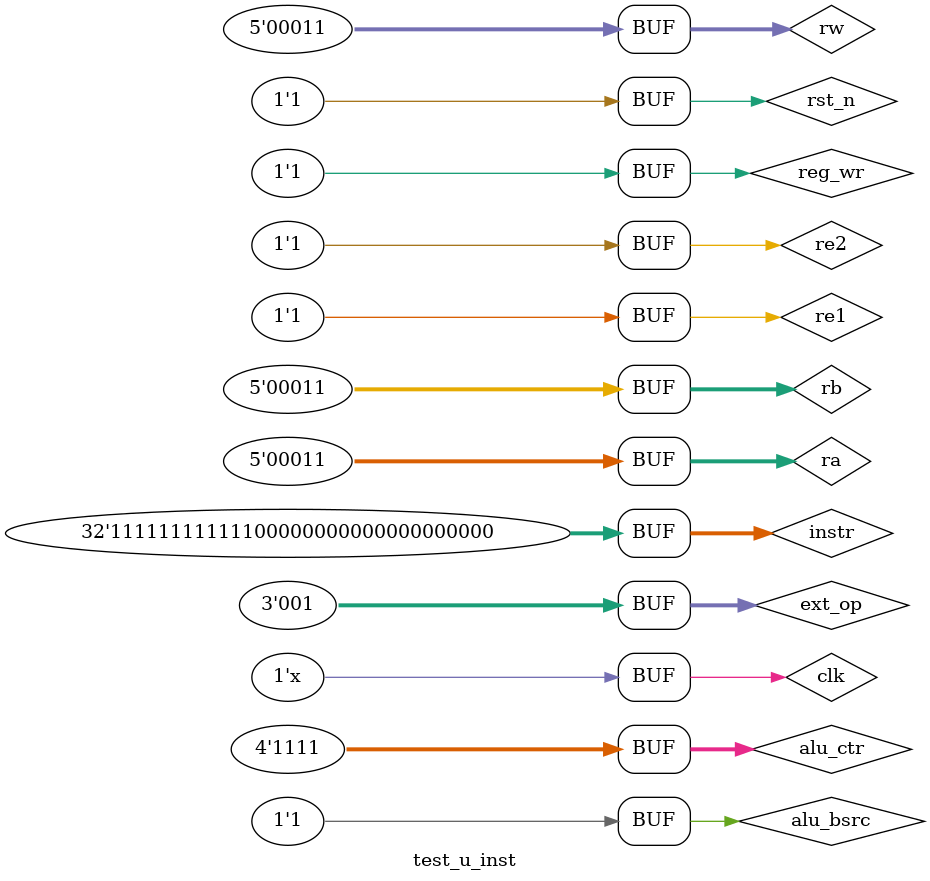
<source format=v>
`timescale 1ns / 1ps

 module test_u_inst;
 
    reg clk;
    reg rst_n;
    
    reg [4:0]        rw;       
    wire [31:0]       bus_w;   
    reg              reg_wr;  

    reg [4:0]        ra;      
    reg              re1;     
    wire [31:0] bus_a;          

    reg [4:0]        rb;      
    reg              re2;     
    wire [31:0] bus_b;          
    
    reg [3:0]          alu_ctr;
    
    
    
    wire               zero;
    
    
    reg [31:0]             instr;
    reg [2:0]              ext_op;
    wire [31:0]            imm;
    reg                    alu_bsrc;
    wire [31:0]            bus_bi; 
    
        
    initial begin
        clk = 0;
        rst_n = 0;
        #100;
        rst_n = 1'b1;
        reg_wr = 1'b1;
        
        #100
        re1 = 1'b1;
        re2 = 1'b1;
        
        alu_ctr = 4'b1111;
        alu_bsrc = 1'b1;    
        ext_op = 3'b001;
        
        rw = 5'b00011;
        ra = 5'b00010;
        rb = 5'b00010;
        
        instr = 32'b1111_1111_1111_0000_0000_0000_0000_0000; 
        
        
        #100
        ra = 5'b00011;
        rb = 5'b00011;
        
    end
    always #20 clk = ~clk;
    
    reg_file reg_file0(
        .rst_n(rst_n),
        .clk(clk),
        
        .rw(rw),
        .bus_w(bus_w),
        .reg_wr(reg_wr),
        
        .ra(ra),
        .re1(re1),
        .bus_a(bus_a),
        
        .rb(rb),
        .re2(re2),
        .bus_b(bus_b)
        );
        
    alu_top alu_top0(
        .regA_i(bus_a), 
        .regB_i(bus_bi), 
        .alu_ctr(alu_ctr), 
        .res_o(bus_w), 
        .zero(zero)
        );
        
    ie ie0(
        .instr(instr),
        .ext_op(ext_op),
        .imm(imm)
    );
    
    
    assign bus_bi = alu_bsrc ? imm : bus_b;

endmodule

</source>
